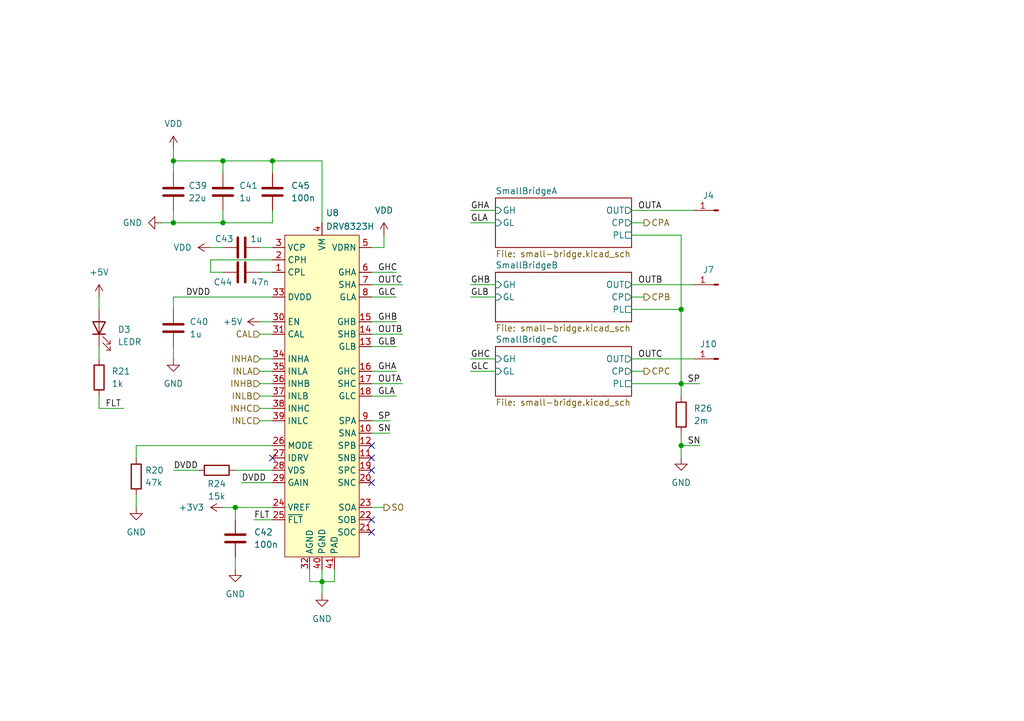
<source format=kicad_sch>
(kicad_sch (version 20231120) (generator "eeschema") (generator_version "8.0")
  (paper "A5")
  (lib_symbols
    (symbol "Connector:Conn_01x01_Pin" (pin_names (offset 1.016) hide)
      (property "Reference" "J" (at 0 2.54 0))
      (property "Value" "Conn_01x01_Pin" (at 0 -2.54 0))
      (symbol "Conn_01x01_Pin_1_1"
        (polyline (pts (xy 1.27 0) (xy 0.8636 0)) (stroke (width 0.1524)))
        (rectangle (start 0.8636 0.127) (end 0 -0.127) (stroke (width 0.1524)) (fill (type outline)))
        (pin passive line (at 5.08 0 180) (length 3.81) (name "Pin_1") (number "1"))
      )
    )
    (symbol "Device:C" (pin_numbers hide) (pin_names (offset 0.254))
      (property "Reference" "C" (at 0.635 2.54 0))
      (property "Value" "C" (at 0.635 -2.54 0))
      (symbol "C_0_1"
        (polyline (pts (xy -2.032 -0.762) (xy 2.032 -0.762)) (stroke (width 0.508)))
        (polyline (pts (xy -2.032 0.762) (xy 2.032 0.762)) (stroke (width 0.508)))
      )
      (symbol "C_1_1"
        (pin passive line (at 0 3.81 270) (length 2.794) (name "~") (number "1"))
        (pin passive line (at 0 -3.81 90) (length 2.794) (name "~") (number "2"))
      )
    )
    (symbol "Device:LED" (pin_numbers hide) (pin_names (offset 1.016) hide)
      (property "Reference" "D" (at 0 2.54 0))
      (property "Value" "LED" (at 0 -2.54 0))
      (symbol "LED_0_1"
        (polyline (pts (xy -1.27 -1.27) (xy -1.27 1.27)) (stroke (width 0.254)))
        (polyline (pts (xy -1.27 0) (xy 1.27 0)))
        (polyline (pts (xy 1.27 -1.27) (xy 1.27 1.27) (xy -1.27 0) (xy 1.27 -1.27)) (stroke (width 0.254)))
        (polyline (pts (xy -3.048 -0.762) (xy -4.572 -2.286) (xy -3.81 -2.286) (xy -4.572 -2.286) (xy -4.572 -1.524)))
        (polyline (pts (xy -1.778 -0.762) (xy -3.302 -2.286) (xy -2.54 -2.286) (xy -3.302 -2.286) (xy -3.302 -1.524)))
      )
      (symbol "LED_1_1"
        (pin passive line (at -3.81 0 0) (length 2.54) (name "K") (number "1"))
        (pin passive line (at 3.81 0 180) (length 2.54) (name "A") (number "2"))
      )
    )
    (symbol "Device:R" (pin_numbers hide) (pin_names (offset 0))
      (property "Reference" "R" (at 2.032 0 90))
      (property "Value" "R" (at 0 0 90))
      (symbol "R_0_1"
        (rectangle (start -1.016 -2.54) (end 1.016 2.54) (stroke (width 0.254)))
      )
      (symbol "R_1_1"
        (pin passive line (at 0 3.81 270) (length 1.27) (name "~") (number "1"))
        (pin passive line (at 0 -3.81 90) (length 1.27) (name "~") (number "2"))
      )
    )
    (symbol "User_Symbols:DRV8323H"
      (property "Reference" "U" (at -6.35 34.798 0))
      (property "Value" "DRV8323H" (at 6.35 34.798 0))
      (symbol "DRV8323H_1_1"
        (rectangle (start -7.62 33.02) (end 7.62 -33.02) (fill (type background)))
        (pin passive line (at -10.16 25.4 0) (length 2.54) (name "CPL") (number "1"))
        (pin input line (at 10.16 -7.62 180) (length 2.54) (name "SNA") (number "10"))
        (pin input line (at 10.16 -12.7 180) (length 2.54) (name "SNB") (number "11"))
        (pin input line (at 10.16 -10.16 180) (length 2.54) (name "SPB") (number "12"))
        (pin output line (at 10.16 10.16 180) (length 2.54) (name "GLB") (number "13"))
        (pin input line (at 10.16 12.7 180) (length 2.54) (name "SHB") (number "14"))
        (pin output line (at 10.16 15.24 180) (length 2.54) (name "GHB") (number "15"))
        (pin output line (at 10.16 5.08 180) (length 2.54) (name "GHC") (number "16"))
        (pin input line (at 10.16 2.54 180) (length 2.54) (name "SHC") (number "17"))
        (pin output line (at 10.16 0 180) (length 2.54) (name "GLC") (number "18"))
        (pin input line (at 10.16 -15.24 180) (length 2.54) (name "SPC") (number "19"))
        (pin passive line (at -10.16 27.94 0) (length 2.54) (name "CPH") (number "2"))
        (pin input line (at 10.16 -17.78 180) (length 2.54) (name "SNC") (number "20"))
        (pin output line (at 10.16 -27.94 180) (length 2.54) (name "SOC") (number "21"))
        (pin output line (at 10.16 -25.4 180) (length 2.54) (name "SOB") (number "22"))
        (pin output line (at 10.16 -22.86 180) (length 2.54) (name "SOA") (number "23"))
        (pin power_in line (at -10.16 -22.86 0) (length 2.54) (name "VREF") (number "24"))
        (pin open_collector line (at -10.16 -25.4 0) (length 2.54) (name "~{FLT}") (number "25"))
        (pin input line (at -10.16 -10.16 0) (length 2.54) (name "MODE") (number "26"))
        (pin input line (at -10.16 -12.7 0) (length 2.54) (name "IDRV") (number "27"))
        (pin input line (at -10.16 -15.24 0) (length 2.54) (name "VDS") (number "28"))
        (pin input line (at -10.16 -17.78 0) (length 2.54) (name "GAIN") (number "29"))
        (pin power_out line (at -10.16 30.48 0) (length 2.54) (name "VCP") (number "3"))
        (pin input line (at -10.16 15.24 0) (length 2.54) (name "EN") (number "30"))
        (pin input line (at -10.16 12.7 0) (length 2.54) (name "CAL") (number "31"))
        (pin power_in line (at -2.54 -35.56 90) (length 2.54) (name "AGND") (number "32"))
        (pin power_out line (at -10.16 20.32 0) (length 2.54) (name "DVDD") (number "33"))
        (pin input line (at -10.16 7.62 0) (length 2.54) (name "INHA") (number "34"))
        (pin input line (at -10.16 5.08 0) (length 2.54) (name "INLA") (number "35"))
        (pin input line (at -10.16 2.54 0) (length 2.54) (name "INHB") (number "36"))
        (pin input line (at -10.16 0 0) (length 2.54) (name "INLB") (number "37"))
        (pin input line (at -10.16 -2.54 0) (length 2.54) (name "INHC") (number "38"))
        (pin input line (at -10.16 -5.08 0) (length 2.54) (name "INLC") (number "39"))
        (pin power_in line (at 0 35.56 270) (length 2.54) (name "VM") (number "4"))
        (pin power_in line (at 0 -35.56 90) (length 2.54) (name "PGND") (number "40"))
        (pin passive line (at 2.54 -35.56 90) (length 2.54) (name "PAD") (number "41"))
        (pin input line (at 10.16 30.48 180) (length 2.54) (name "VDRN") (number "5"))
        (pin output line (at 10.16 25.4 180) (length 2.54) (name "GHA") (number "6"))
        (pin input line (at 10.16 22.86 180) (length 2.54) (name "SHA") (number "7"))
        (pin output line (at 10.16 20.32 180) (length 2.54) (name "GLA") (number "8"))
        (pin input line (at 10.16 -5.08 180) (length 2.54) (name "SPA") (number "9"))
      )
    )
    (symbol "power:+3V3" (power) (pin_numbers hide) (pin_names (offset 0) hide)
      (property "Value" "+3V3" (at 0 3.556 0))
      (symbol "+3V3_0_1"
        (polyline (pts (xy -0.762 1.27) (xy 0 2.54)))
        (polyline (pts (xy 0 0) (xy 0 2.54)))
        (polyline (pts (xy 0 2.54) (xy 0.762 1.27)))
      )
      (symbol "+3V3_1_1"
        (pin power_in line (at 0 0 90) (length 0) (name "~") (number "1"))
      )
    )
    (symbol "power:+5V" (power) (pin_numbers hide) (pin_names (offset 0) hide)
      (property "Value" "+5V" (at 0 3.556 0))
      (symbol "+5V_0_1"
        (polyline (pts (xy -0.762 1.27) (xy 0 2.54)))
        (polyline (pts (xy 0 0) (xy 0 2.54)))
        (polyline (pts (xy 0 2.54) (xy 0.762 1.27)))
      )
      (symbol "+5V_1_1"
        (pin power_in line (at 0 0 90) (length 0) (name "~") (number "1"))
      )
    )
    (symbol "power:GND" (power) (pin_numbers hide) (pin_names (offset 0) hide)
      (property "Value" "GND" (at 0 -3.81 0))
      (symbol "GND_0_1"
        (polyline (pts (xy 0 0) (xy 0 -1.27) (xy 1.27 -1.27) (xy 0 -2.54) (xy -1.27 -1.27) (xy 0 -1.27)))
      )
      (symbol "GND_1_1"
        (pin power_in line (at 0 0 270) (length 0) (name "~") (number "1"))
      )
    )
    (symbol "power:VDD" (power) (pin_numbers hide) (pin_names (offset 0) hide)
      (property "Value" "VDD" (at 0 3.556 0))
      (symbol "VDD_0_1"
        (polyline (pts (xy -0.762 1.27) (xy 0 2.54)))
        (polyline (pts (xy 0 0) (xy 0 2.54)))
        (polyline (pts (xy 0 2.54) (xy 0.762 1.27)))
      )
      (symbol "VDD_1_1"
        (pin power_in line (at 0 0 90) (length 0) (name "~") (number "1"))
      )
    )
  )
  (junction (at 35.56 33.02))
  (junction (at 35.56 45.72))
  (junction (at 139.7 78.74))
  (junction (at 139.7 63.5))
  (junction (at 55.88 33.02))
  (junction (at 45.72 33.02))
  (junction (at 139.7 91.44))
  (junction (at 45.72 45.72))
  (junction (at 66.04 119.38))
  (junction (at 48.26 104.14))
  (no_connect (at 76.2 99.06))
  (no_connect (at 76.2 106.68))
  (no_connect (at 76.2 109.22))
  (no_connect (at 76.2 96.52))
  (no_connect (at 76.2 91.44))
  (no_connect (at 55.88 93.98))
  (no_connect (at 76.2 93.98))
  (wire (pts (xy 96.52 58.42) (xy 101.6 58.42)))
  (wire (pts (xy 43.18 53.34) (xy 43.18 55.88)))
  (wire (pts (xy 35.56 71.12) (xy 35.56 73.66)))
  (wire (pts (xy 48.26 114.3) (xy 48.26 116.84)))
  (wire (pts (xy 35.56 45.72) (xy 45.72 45.72)))
  (wire (pts (xy 96.52 45.72) (xy 101.6 45.72)))
  (wire (pts (xy 96.52 76.2) (xy 101.6 76.2)))
  (wire (pts (xy 96.52 73.66) (xy 101.6 73.66)))
  (wire (pts (xy 76.2 66.04) (xy 81.28 66.04)))
  (wire (pts (xy 55.88 91.44) (xy 27.94 91.44)))
  (wire (pts (xy 55.88 33.02) (xy 45.72 33.02)))
  (wire (pts (xy 76.2 78.74) (xy 82.55 78.74)))
  (wire (pts (xy 66.04 119.38) (xy 63.5 119.38)))
  (wire (pts (xy 49.53 99.06) (xy 55.88 99.06)))
  (wire (pts (xy 68.58 116.84) (xy 68.58 119.38)))
  (wire (pts (xy 78.74 48.26) (xy 78.74 50.8)))
  (wire (pts (xy 76.2 76.2) (xy 81.28 76.2)))
  (wire (pts (xy 139.7 63.5) (xy 139.7 78.74)))
  (wire (pts (xy 76.2 81.28) (xy 81.28 81.28)))
  (wire (pts (xy 55.88 33.02) (xy 66.04 33.02)))
  (wire (pts (xy 43.18 50.8) (xy 45.72 50.8)))
  (wire (pts (xy 139.7 88.9) (xy 139.7 91.44)))
  (wire (pts (xy 66.04 119.38) (xy 66.04 116.84)))
  (wire (pts (xy 53.34 55.88) (xy 55.88 55.88)))
  (wire (pts (xy 55.88 60.96) (xy 35.56 60.96)))
  (wire (pts (xy 76.2 68.58) (xy 82.55 68.58)))
  (wire (pts (xy 76.2 88.9) (xy 80.01 88.9)))
  (wire (pts (xy 53.34 76.2) (xy 55.88 76.2)))
  (wire (pts (xy 45.72 45.72) (xy 45.72 43.18)))
  (wire (pts (xy 76.2 58.42) (xy 82.55 58.42)))
  (wire (pts (xy 139.7 78.74) (xy 139.7 81.28)))
  (wire (pts (xy 27.94 91.44) (xy 27.94 93.98)))
  (wire (pts (xy 48.26 104.14) (xy 55.88 104.14)))
  (wire (pts (xy 139.7 78.74) (xy 143.51 78.74)))
  (wire (pts (xy 55.88 35.56) (xy 55.88 33.02)))
  (wire (pts (xy 35.56 33.02) (xy 35.56 35.56)))
  (wire (pts (xy 20.32 60.96) (xy 20.32 63.5)))
  (wire (pts (xy 45.72 33.02) (xy 35.56 33.02)))
  (wire (pts (xy 55.88 53.34) (xy 43.18 53.34)))
  (wire (pts (xy 129.54 43.18) (xy 142.24 43.18)))
  (wire (pts (xy 76.2 71.12) (xy 81.28 71.12)))
  (wire (pts (xy 20.32 83.82) (xy 25.4 83.82)))
  (wire (pts (xy 52.07 106.68) (xy 55.88 106.68)))
  (wire (pts (xy 129.54 63.5) (xy 139.7 63.5)))
  (wire (pts (xy 53.34 50.8) (xy 55.88 50.8)))
  (wire (pts (xy 53.34 73.66) (xy 55.88 73.66)))
  (wire (pts (xy 20.32 71.12) (xy 20.32 73.66)))
  (wire (pts (xy 53.34 68.58) (xy 55.88 68.58)))
  (wire (pts (xy 66.04 33.02) (xy 66.04 45.72)))
  (wire (pts (xy 35.56 60.96) (xy 35.56 63.5)))
  (wire (pts (xy 45.72 33.02) (xy 45.72 35.56)))
  (wire (pts (xy 139.7 63.5) (xy 139.7 48.26)))
  (wire (pts (xy 129.54 45.72) (xy 132.08 45.72)))
  (wire (pts (xy 96.52 43.18) (xy 101.6 43.18)))
  (wire (pts (xy 129.54 78.74) (xy 139.7 78.74)))
  (wire (pts (xy 33.02 45.72) (xy 35.56 45.72)))
  (wire (pts (xy 129.54 48.26) (xy 139.7 48.26)))
  (wire (pts (xy 53.34 83.82) (xy 55.88 83.82)))
  (wire (pts (xy 139.7 91.44) (xy 143.51 91.44)))
  (wire (pts (xy 35.56 96.52) (xy 40.64 96.52)))
  (wire (pts (xy 53.34 81.28) (xy 55.88 81.28)))
  (wire (pts (xy 53.34 86.36) (xy 55.88 86.36)))
  (wire (pts (xy 45.72 104.14) (xy 48.26 104.14)))
  (wire (pts (xy 129.54 58.42) (xy 142.24 58.42)))
  (wire (pts (xy 66.04 119.38) (xy 66.04 121.92)))
  (wire (pts (xy 48.26 96.52) (xy 55.88 96.52)))
  (wire (pts (xy 48.26 106.68) (xy 48.26 104.14)))
  (wire (pts (xy 78.74 104.14) (xy 76.2 104.14)))
  (wire (pts (xy 35.56 43.18) (xy 35.56 45.72)))
  (wire (pts (xy 53.34 66.04) (xy 55.88 66.04)))
  (wire (pts (xy 35.56 30.48) (xy 35.56 33.02)))
  (wire (pts (xy 27.94 101.6) (xy 27.94 104.14)))
  (wire (pts (xy 96.52 60.96) (xy 101.6 60.96)))
  (wire (pts (xy 76.2 55.88) (xy 81.28 55.88)))
  (wire (pts (xy 55.88 45.72) (xy 55.88 43.18)))
  (wire (pts (xy 20.32 83.82) (xy 20.32 81.28)))
  (wire (pts (xy 68.58 119.38) (xy 66.04 119.38)))
  (wire (pts (xy 129.54 73.66) (xy 142.24 73.66)))
  (wire (pts (xy 53.34 78.74) (xy 55.88 78.74)))
  (wire (pts (xy 78.74 50.8) (xy 76.2 50.8)))
  (wire (pts (xy 76.2 86.36) (xy 80.01 86.36)))
  (wire (pts (xy 129.54 76.2) (xy 132.08 76.2)))
  (wire (pts (xy 43.18 55.88) (xy 45.72 55.88)))
  (wire (pts (xy 55.88 45.72) (xy 45.72 45.72)))
  (wire (pts (xy 139.7 91.44) (xy 139.7 93.98)))
  (wire (pts (xy 63.5 119.38) (xy 63.5 116.84)))
  (wire (pts (xy 76.2 60.96) (xy 81.28 60.96)))
  (wire (pts (xy 129.54 60.96) (xy 132.08 60.96)))
  (label "GHA" (at 77.47 76.2 0))
  (label "GHC" (at 96.52 73.66 0))
  (label "FLT" (at 21.59 83.82 0))
  (label "GHC" (at 77.47 55.88 0))
  (label "OUTB" (at 77.47 68.58 0))
  (label "GLA" (at 77.47 81.28 0))
  (label "FLT" (at 52.07 106.68 0))
  (label "DVDD" (at 38.1 60.96 0))
  (label "OUTC" (at 130.81 73.66 0))
  (label "OUTA" (at 77.47 78.74 0))
  (label "GLA" (at 96.52 45.72 0))
  (label "OUTA" (at 130.81 43.18 0))
  (label "GHB" (at 77.47 66.04 0))
  (label "GLC" (at 77.47 60.96 0))
  (label "SN" (at 140.97 91.44 0))
  (label "GHB" (at 96.52 58.42 0))
  (label "SP" (at 77.47 86.36 0))
  (label "GLB" (at 96.52 60.96 0))
  (label "GLB" (at 77.47 71.12 0))
  (label "GHA" (at 96.52 43.18 0))
  (label "OUTC" (at 77.47 58.42 0))
  (label "GLC" (at 96.52 76.2 0))
  (label "SN" (at 77.47 88.9 0))
  (label "OUTB" (at 130.81 58.42 0))
  (label "DVDD" (at 49.53 99.06 0))
  (label "DVDD" (at 35.56 96.52 0))
  (label "SP" (at 140.97 78.74 0))
  (hierarchical_label "INHA" (shape input) (at 53.34 73.66 180))
  (hierarchical_label "INHC" (shape input) (at 53.34 83.82 180))
  (hierarchical_label "INLA" (shape input) (at 53.34 76.2 180))
  (hierarchical_label "CPA" (shape output) (at 132.08 45.72 0))
  (hierarchical_label "SO" (shape output) (at 78.74 104.14 0))
  (hierarchical_label "CPB" (shape output) (at 132.08 60.96 0))
  (hierarchical_label "INLB" (shape input) (at 53.34 81.28 180))
  (hierarchical_label "INLC" (shape input) (at 53.34 86.36 180))
  (hierarchical_label "CAL" (shape input) (at 53.34 68.58 180))
  (hierarchical_label "INHB" (shape input) (at 53.34 78.74 180))
  (hierarchical_label "CPC" (shape output) (at 132.08 76.2 0))
  (symbol (lib_id "power:GND") (at 139.7 93.98 0) (unit 1)
    (property "Reference" "#PWR074" (effects (hide yes)))
    (property "Value" "GND" (at 139.7 99.06 0))
    (property "Description" "Power symbol creates a global label with name \"GND\" , ground" (effects (hide yes)))
    (instances (project "battle-bot" (path "" (reference "#PWR074") (unit 1)) (path "" (reference "#PWR093") (unit 1)) (path "" (reference "#PWR055") (unit 1))))
  )
  (symbol (lib_id "power:GND") (at 35.56 73.66 0) (unit 1)
    (property "Reference" "#PWR064" (effects (hide yes)))
    (property "Value" "GND" (at 35.56 78.74 0))
    (property "Description" "Power symbol creates a global label with name \"GND\" , ground" (effects (hide yes)))
    (instances (project "battle-bot" (path "" (reference "#PWR064") (unit 1)) (path "" (reference "#PWR083") (unit 1)) (path "" (reference "#PWR045") (unit 1))))
  )
  (symbol (lib_id "power:+5V") (at 20.32 60.96 0) (unit 1)
    (property "Reference" "#PWR059" (effects (hide yes)))
    (property "Value" "+5V" (at 20.32 55.88 0))
    (property "Description" "Power symbol creates a global label with name \"+5V\"" (effects (hide yes)))
    (instances (project "battle-bot" (path "" (reference "#PWR059") (unit 1)) (path "" (reference "#PWR078") (unit 1)) (path "" (reference "#PWR040") (unit 1))))
  )
  (symbol (lib_id "power:GND") (at 27.94 104.14 0) (unit 1)
    (property "Reference" "#PWR058" (effects (hide yes)))
    (property "Value" "GND" (at 27.94 109.22 0))
    (property "Description" "Power symbol creates a global label with name \"GND\" , ground" (effects (hide yes)))
    (instances (project "battle-bot" (path "" (reference "#PWR058") (unit 1)) (path "" (reference "#PWR077") (unit 1)) (path "" (reference "#PWR039") (unit 1))))
  )
  (symbol (lib_id "power:+5V") (at 53.34 66.04 90) (unit 1)
    (property "Reference" "#PWR068" (effects (hide yes)))
    (property "Value" "+5V" (at 49.784 66.04 90) (effects (justify left)))
    (property "Description" "Power symbol creates a global label with name \"+5V\"" (effects (hide yes)))
    (instances (project "" (path "" (reference "#PWR068") (unit 1)) (path "" (reference "#PWR087") (unit 1)) (path "" (reference "#PWR049") (unit 1))))
  )
  (symbol (lib_id "power:GND") (at 33.02 45.72 270) (unit 1)
    (property "Reference" "#PWR061" (effects (hide yes)))
    (property "Value" "GND" (at 29.21 45.7199 90) (effects (justify right)))
    (property "Description" "Power symbol creates a global label with name \"GND\" , ground" (effects (hide yes)))
    (instances (project "battle-bot" (path "" (reference "#PWR061") (unit 1)) (path "" (reference "#PWR080") (unit 1)) (path "" (reference "#PWR042") (unit 1))))
  )
  (symbol (lib_id "power:+3V3") (at 45.72 104.14 90) (unit 1)
    (property "Reference" "#PWR0144" (effects (hide yes)))
    (property "Value" "+3V3" (at 41.91 104.1399 90) (effects (justify left)))
    (property "Description" "Power symbol creates a global label with name \"+3V3\"" (effects (hide yes)))
    (instances (project "" (path "" (reference "#PWR0145") (unit 1)) (path "" (reference "#PWR0146") (unit 1)) (path "" (reference "#PWR0144") (unit 1))))
  )
  (symbol (lib_id "power:VDD") (at 78.74 48.26 0) (unit 1)
    (property "Reference" "#PWR070" (effects (hide yes)))
    (property "Value" "VDD" (at 78.74 43.18 0))
    (property "Description" "Power symbol creates a global label with name \"VDD\"" (effects (hide yes)))
    (instances (project "battle-bot" (path "" (reference "#PWR070") (unit 1)) (path "" (reference "#PWR089") (unit 1)) (path "" (reference "#PWR051") (unit 1))))
  )
  (symbol (lib_id "Device:C") (at 49.53 55.88 90) (unit 1)
    (property "Reference" "C44" (at 45.72 57.912 90))
    (property "Value" "47n" (at 53.34 57.912 90))
    (property "Footprint" "Capacitor_SMD:C_0402_1005Metric" (effects (hide yes)))
    (property "Description" "Unpolarized capacitor" (effects (hide yes)))
    (property "LCSC" "C1622" (effects (hide yes)))
    (instances (project "battle-bot" (path "" (reference "C44") (unit 1)) (path "" (reference "C51") (unit 1)) (path "" (reference "C37") (unit 1))))
  )
  (symbol (lib_id "User_Symbols:DRV8323H") (at 66.04 81.28 0) (unit 1)
    (property "Reference" "U8" (at 66.802 43.688 0) (effects (justify left)))
    (property "Value" "DRV8323H" (at 66.802 46.482 0) (effects (justify left)))
    (property "Footprint" "Package_DFN_QFN:HVQFN-40-1EP_6x6mm_P0.5mm_EP4.1x4.1mm" (effects (hide yes)))
    (property "Datasheet" "https://www.lcsc.com/datasheet/lcsc_datasheet_2302221801_Texas-Instruments-DRV8323HRTAR_C701783.pdf" (effects (hide yes)))
    (property "Description" "Three-Phase Smart Gate Driver" (effects (hide yes)))
    (property "LCSC" "C701783" (effects (hide yes)))
    (instances (project "battle-bot" (path "" (reference "U8") (unit 1)) (path "" (reference "U9") (unit 1)) (path "" (reference "U7") (unit 1))))
  )
  (symbol (lib_id "power:GND") (at 66.04 121.92 0) (unit 1)
    (property "Reference" "#PWR069" (effects (hide yes)))
    (property "Value" "GND" (at 66.04 127 0))
    (property "Description" "Power symbol creates a global label with name \"GND\" , ground" (effects (hide yes)))
    (instances (project "battle-bot" (path "" (reference "#PWR069") (unit 1)) (path "" (reference "#PWR088") (unit 1)) (path "" (reference "#PWR050") (unit 1))))
  )
  (symbol (lib_id "Device:C") (at 48.26 110.49 0) (unit 1)
    (property "Reference" "C42" (at 52.07 109.2199 0) (effects (justify left)))
    (property "Value" "100n" (at 52.07 111.7599 0) (effects (justify left)))
    (property "Footprint" "Capacitor_SMD:C_0402_1005Metric" (effects (hide yes)))
    (property "Description" "Unpolarized capacitor" (effects (hide yes)))
    (property "LCSC" "C1525" (effects (hide yes)))
    (instances (project "battle-bot" (path "" (reference "C42") (unit 1)) (path "" (reference "C49") (unit 1)) (path "" (reference "C35") (unit 1))))
  )
  (symbol (lib_id "Device:C") (at 35.56 67.31 0) (unit 1)
    (property "Reference" "C40" (at 38.862 66.04 0) (effects (justify left)))
    (property "Value" "1u" (at 38.862 68.58 0) (effects (justify left)))
    (property "Footprint" "Capacitor_SMD:C_0402_1005Metric" (effects (hide yes)))
    (property "Description" "Unpolarized capacitor" (effects (hide yes)))
    (property "LCSC" "C52923" (effects (hide yes)))
    (instances (project "battle-bot" (path "" (reference "C40") (unit 1)) (path "" (reference "C47") (unit 1)) (path "" (reference "C33") (unit 1))))
  )
  (symbol (lib_id "power:VDD") (at 35.56 30.48 0) (unit 1)
    (property "Reference" "#PWR063" (effects (hide yes)))
    (property "Value" "VDD" (at 35.56 25.4 0))
    (property "Description" "Power symbol creates a global label with name \"VDD\"" (effects (hide yes)))
    (instances (project "battle-bot" (path "" (reference "#PWR063") (unit 1)) (path "" (reference "#PWR082") (unit 1)) (path "" (reference "#PWR044") (unit 1))))
  )
  (symbol (lib_id "Device:R") (at 20.32 77.47 0) (unit 1)
    (property "Reference" "R21" (at 22.86 76.1999 0) (effects (justify left)))
    (property "Value" "1k" (at 22.86 78.7399 0) (effects (justify left)))
    (property "Footprint" "Resistor_SMD:R_0402_1005Metric" (effects (hide yes)))
    (property "Description" "Resistor" (effects (hide yes)))
    (instances (project "battle-bot" (path "" (reference "R21") (unit 1)) (path "" (reference "R28") (unit 1)) (path "" (reference "R14") (unit 1))))
  )
  (symbol (lib_id "Device:C") (at 55.88 39.37 0) (unit 1)
    (property "Reference" "C45" (at 59.69 38.0999 0) (effects (justify left)))
    (property "Value" "100n" (at 59.69 40.6399 0) (effects (justify left)))
    (property "Footprint" "Capacitor_SMD:C_0402_1005Metric" (effects (hide yes)))
    (property "Description" "Unpolarized capacitor" (effects (hide yes)))
    (property "LCSC" "C307331" (effects (hide yes)))
    (instances (project "battle-bot" (path "" (reference "C45") (unit 1)) (path "" (reference "C52") (unit 1)) (path "" (reference "C38") (unit 1))))
  )
  (symbol (lib_id "Connector:Conn_01x01_Pin") (at 147.32 73.66 0) (mirror y) (unit 1) (in_bom no)
    (property "Reference" "J10" (at 145.288 70.612 0))
    (property "Value" "Conn_01x01_Pin" (effects (hide yes)))
    (property "Footprint" "User_Footprints:Pad-P1.5" (effects (hide yes)))
    (property "Description" "Generic connector, single row, 01x01, script generated" (effects (hide yes)))
    (instances (project "battle-bot" (path "" (reference "J10") (unit 1)) (path "" (reference "J11") (unit 1)) (path "" (reference "J9") (unit 1))))
  )
  (symbol (lib_id "Device:R") (at 139.7 85.09 0) (unit 1)
    (property "Reference" "R26" (at 142.24 83.8199 0) (effects (justify left)))
    (property "Value" "2m" (at 142.24 86.3599 0) (effects (justify left)))
    (property "Footprint" "Resistor_SMD:R_1206_3216Metric" (effects (hide yes)))
    (property "Description" "Resistor" (effects (hide yes)))
    (property "LCSC" "C601094" (effects (hide yes)))
    (instances (project "battle-bot" (path "" (reference "R26") (unit 1)) (path "" (reference "R33") (unit 1)) (path "" (reference "R19") (unit 1))))
  )
  (symbol (lib_id "power:VDD") (at 43.18 50.8 90) (unit 1)
    (property "Reference" "#PWR066" (effects (hide yes)))
    (property "Value" "VDD" (at 39.37 50.7999 90) (effects (justify left)))
    (property "Description" "Power symbol creates a global label with name \"VDD\"" (effects (hide yes)))
    (instances (project "battle-bot" (path "" (reference "#PWR066") (unit 1)) (path "" (reference "#PWR085") (unit 1)) (path "" (reference "#PWR047") (unit 1))))
  )
  (symbol (lib_id "Device:C") (at 45.72 39.37 0) (unit 1)
    (property "Reference" "C41" (at 49.022 38.1 0) (effects (justify left)))
    (property "Value" "1u" (at 49.022 40.64 0) (effects (justify left)))
    (property "Footprint" "Resistor_SMD:R_0402_1005Metric" (effects (hide yes)))
    (property "Description" "Unpolarized capacitor" (effects (hide yes)))
    (property "LCSC" "C52923" (effects (hide yes)))
    (instances (project "battle-bot" (path "" (reference "C41") (unit 1)) (path "" (reference "C48") (unit 1)) (path "" (reference "C34") (unit 1))))
  )
  (symbol (lib_id "Connector:Conn_01x01_Pin") (at 147.32 43.18 0) (mirror y) (unit 1) (in_bom no)
    (property "Reference" "J4" (at 145.288 40.132 0))
    (property "Value" "Conn_01x01_Pin" (effects (hide yes)))
    (property "Footprint" "User_Footprints:Pad-P1.5" (effects (hide yes)))
    (property "Description" "Generic connector, single row, 01x01, script generated" (effects (hide yes)))
    (instances (project "" (path "" (reference "J4") (unit 1)) (path "" (reference "J5") (unit 1)) (path "" (reference "J3") (unit 1))))
  )
  (symbol (lib_id "Device:R") (at 27.94 97.79 0) (unit 1)
    (property "Reference" "R20" (at 29.718 96.52 0) (effects (justify left)))
    (property "Value" "47k" (at 29.718 99.06 0) (effects (justify left)))
    (property "Footprint" "Resistor_SMD:R_0402_1005Metric" (effects (hide yes)))
    (property "Description" "Resistor" (effects (hide yes)))
    (property "LCSC" "C25792" (effects (hide yes)))
    (instances (project "battle-bot" (path "" (reference "R20") (unit 1)) (path "" (reference "R27") (unit 1)) (path "" (reference "R13") (unit 1))))
  )
  (symbol (lib_id "Connector:Conn_01x01_Pin") (at 147.32 58.42 0) (mirror y) (unit 1) (in_bom no)
    (property "Reference" "J7" (at 145.288 55.372 0))
    (property "Value" "Conn_01x01_Pin" (effects (hide yes)))
    (property "Footprint" "User_Footprints:Pad-P1.5" (effects (hide yes)))
    (property "Description" "Generic connector, single row, 01x01, script generated" (effects (hide yes)))
    (instances (project "battle-bot" (path "" (reference "J7") (unit 1)) (path "" (reference "J8") (unit 1)) (path "" (reference "J6") (unit 1))))
  )
  (symbol (lib_id "Device:LED") (at 20.32 67.31 90) (unit 1)
    (property "Reference" "D3" (at 24.13 67.6274 90) (effects (justify right)))
    (property "Value" "LEDR" (at 24.13 70.1674 90) (effects (justify right)))
    (property "Footprint" "LED_SMD:LED_0603_1608Metric" (effects (hide yes)))
    (property "Description" "Light emitting diode" (effects (hide yes)))
    (property "LCSC" "C2286" (effects (hide yes)))
    (instances (project "battle-bot" (path "" (reference "D3") (unit 1)) (path "" (reference "D4") (unit 1)) (path "" (reference "D2") (unit 1))))
  )
  (symbol (lib_id "power:GND") (at 48.26 116.84 0) (unit 1)
    (property "Reference" "#PWR067" (effects (hide yes)))
    (property "Value" "GND" (at 48.26 121.92 0))
    (property "Description" "Power symbol creates a global label with name \"GND\" , ground" (effects (hide yes)))
    (instances (project "battle-bot" (path "" (reference "#PWR067") (unit 1)) (path "" (reference "#PWR086") (unit 1)) (path "" (reference "#PWR048") (unit 1))))
  )
  (symbol (lib_id "Device:C") (at 49.53 50.8 90) (unit 1)
    (property "Reference" "C43" (at 45.974 49.022 90))
    (property "Value" "1u" (at 52.578 49.022 90))
    (property "Footprint" "Capacitor_SMD:C_0402_1005Metric" (effects (hide yes)))
    (property "Description" "Unpolarized capacitor" (effects (hide yes)))
    (property "LCSC" "C52923" (effects (hide yes)))
    (instances (project "battle-bot" (path "" (reference "C43") (unit 1)) (path "" (reference "C50") (unit 1)) (path "" (reference "C36") (unit 1))))
  )
  (symbol (lib_id "Device:C") (at 35.56 39.37 0) (unit 1)
    (property "Reference" "C39" (at 38.608 38.1 0) (effects (justify left)))
    (property "Value" "22u" (at 38.608 40.64 0) (effects (justify left)))
    (property "Footprint" "Capacitor_SMD:C_0805_2012Metric" (effects (hide yes)))
    (property "Description" "Unpolarized capacitor" (effects (hide yes)))
    (property "LCSC" "C45783" (effects (hide yes)))
    (instances (project "battle-bot" (path "" (reference "C39") (unit 1)) (path "" (reference "C46") (unit 1)) (path "" (reference "C32") (unit 1))))
  )
  (symbol (lib_id "Device:R") (at 44.45 96.52 270) (unit 1)
    (property "Reference" "R24" (at 44.45 99.314 90))
    (property "Value" "15k" (at 44.45 101.854 90))
    (property "Footprint" "Resistor_SMD:R_0402_1005Metric" (effects (hide yes)))
    (property "Description" "Resistor" (effects (hide yes)))
    (property "LCSC" "C25756" (effects (hide yes)))
    (instances (project "battle-bot" (path "" (reference "R24") (unit 1)) (path "" (reference "R31") (unit 1)) (path "" (reference "R17") (unit 1))))
  )
  (sheet (at 101.6 71.12) (size 27.94 10.16) (stroke (width 0.1524))
    (property "Sheetname" "SmallBridgeC" (at 101.6 70.4084 0) (effects (justify left bottom)))
    (property "Sheetfile" "small-bridge.kicad_sch" (at 101.6 81.8646 0) (effects (justify left top)))
    (pin "GL" input (at 101.6 76.2 180))
    (pin "PL" passive (at 129.54 78.74 0))
    (pin "OUT" output (at 129.54 73.66 0))
    (pin "GH" input (at 101.6 73.66 180))
    (pin "CP" output (at 129.54 76.2 0))
  )
  (sheet (at 101.6 40.64) (size 27.94 10.16) (stroke (width 0.1524))
    (property "Sheetname" "SmallBridgeA" (at 101.6 39.9284 0) (effects (justify left bottom)))
    (property "Sheetfile" "small-bridge.kicad_sch" (at 101.6 51.3846 0) (effects (justify left top)))
    (pin "GL" input (at 101.6 45.72 180))
    (pin "PL" passive (at 129.54 48.26 0))
    (pin "OUT" output (at 129.54 43.18 0))
    (pin "GH" input (at 101.6 43.18 180))
    (pin "CP" output (at 129.54 45.72 0))
  )
  (sheet (at 101.6 55.88) (size 27.94 10.16) (stroke (width 0.1524))
    (property "Sheetname" "SmallBridgeB" (at 101.6 55.1684 0) (effects (justify left bottom)))
    (property "Sheetfile" "small-bridge.kicad_sch" (at 101.6 66.6246 0) (effects (justify left top)))
    (pin "GL" input (at 101.6 60.96 180))
    (pin "PL" passive (at 129.54 63.5 0))
    (pin "OUT" output (at 129.54 58.42 0))
    (pin "GH" input (at 101.6 58.42 180))
    (pin "CP" output (at 129.54 60.96 0))
  )
)
</source>
